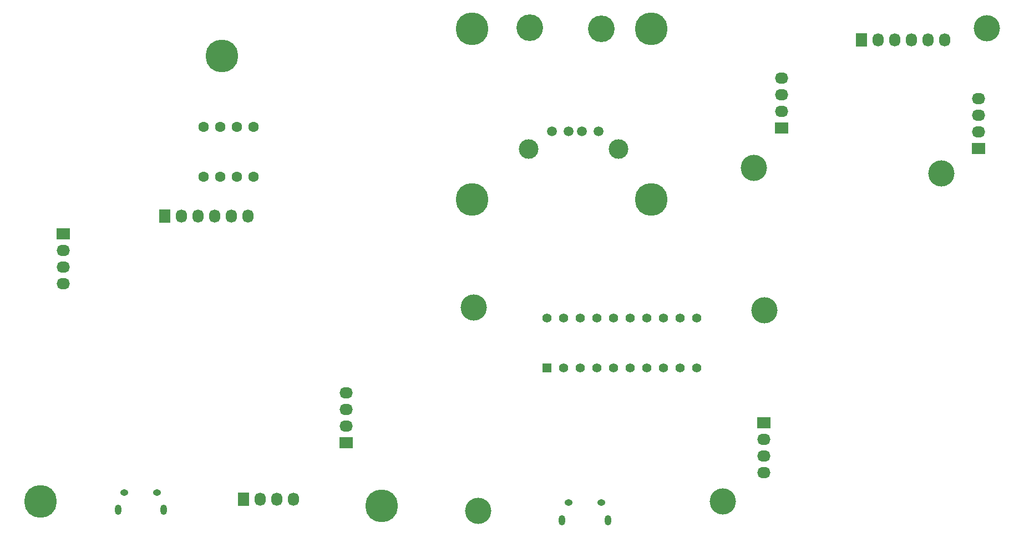
<source format=gbr>
G04 #@! TF.FileFunction,Soldermask,Bot*
%FSLAX46Y46*%
G04 Gerber Fmt 4.6, Leading zero omitted, Abs format (unit mm)*
G04 Created by KiCad (PCBNEW (2015-07-31 BZR 6030)-product) date Mon Sep 14 17:18:50 2015*
%MOMM*%
G01*
G04 APERTURE LIST*
%ADD10C,0.100000*%
%ADD11C,4.000000*%
%ADD12R,1.727200X2.032000*%
%ADD13O,1.727200X2.032000*%
%ADD14R,2.032000X1.727200*%
%ADD15O,2.032000X1.727200*%
%ADD16C,5.000000*%
%ADD17O,1.250000X0.950000*%
%ADD18O,1.000000X1.550000*%
%ADD19C,1.600000*%
%ADD20R,1.397000X1.397000*%
%ADD21C,1.397000*%
%ADD22C,1.501140*%
%ADD23C,2.999740*%
%ADD24C,4.064000*%
G04 APERTURE END LIST*
D10*
D11*
X209350400Y-46150400D03*
X173790400Y-67486400D03*
D12*
X190198800Y-47928400D03*
D13*
X192738800Y-47928400D03*
X195278800Y-47928400D03*
X197818800Y-47928400D03*
X200358800Y-47928400D03*
X202898800Y-47928400D03*
D14*
X208131200Y-64489200D03*
D15*
X208131200Y-61949200D03*
X208131200Y-59409200D03*
X208131200Y-56869200D03*
D14*
X178006800Y-61390400D03*
D15*
X178006800Y-58850400D03*
X178006800Y-56310400D03*
X178006800Y-53770400D03*
D11*
X202441600Y-68299200D03*
X209350400Y-46150400D03*
X173790400Y-67486400D03*
D12*
X190198800Y-47928400D03*
D13*
X192738800Y-47928400D03*
X195278800Y-47928400D03*
X197818800Y-47928400D03*
X200358800Y-47928400D03*
X202898800Y-47928400D03*
D14*
X208131200Y-64489200D03*
D15*
X208131200Y-61949200D03*
X208131200Y-59409200D03*
X208131200Y-56869200D03*
D14*
X178006800Y-61390400D03*
D15*
X178006800Y-58850400D03*
X178006800Y-56310400D03*
X178006800Y-53770400D03*
D11*
X202441600Y-68299200D03*
D16*
X92598200Y-50407400D03*
X116982200Y-119089000D03*
D17*
X77733000Y-117057000D03*
X82733000Y-117057000D03*
D18*
X76733000Y-119757000D03*
X83733000Y-119757000D03*
D12*
X83911400Y-74842200D03*
D13*
X86451400Y-74842200D03*
X88991400Y-74842200D03*
X91531400Y-74842200D03*
X94071400Y-74842200D03*
X96611400Y-74842200D03*
D14*
X68366600Y-77534600D03*
D15*
X68366600Y-80074600D03*
X68366600Y-82614600D03*
X68366600Y-85154600D03*
D14*
X111597400Y-109487800D03*
D15*
X111597400Y-106947800D03*
X111597400Y-104407800D03*
X111597400Y-101867800D03*
D12*
X95951000Y-118073000D03*
D13*
X98491000Y-118073000D03*
X101031000Y-118073000D03*
X103571000Y-118073000D03*
D19*
X89855000Y-61237800D03*
X89855000Y-68837800D03*
X92395000Y-61237800D03*
X92395000Y-68837800D03*
X94935000Y-61237800D03*
X94935000Y-68837800D03*
X97475000Y-61237800D03*
X97475000Y-68837800D03*
D16*
X64963000Y-118479400D03*
D11*
X169077600Y-118454000D03*
X175427600Y-89244000D03*
X131028400Y-88786800D03*
D17*
X145525600Y-118606400D03*
X150525600Y-118606400D03*
D18*
X144525600Y-121306400D03*
X151525600Y-121306400D03*
D14*
X175300600Y-106389000D03*
D15*
X175300600Y-108929000D03*
X175300600Y-111469000D03*
X175300600Y-114009000D03*
D20*
X142255200Y-98083200D03*
D21*
X144795200Y-98083200D03*
X147335200Y-98083200D03*
X149875200Y-98083200D03*
X152415200Y-98083200D03*
X154955200Y-98083200D03*
X157495200Y-98083200D03*
X160035200Y-98083200D03*
X162575200Y-98083200D03*
X165115200Y-98083200D03*
X165115200Y-90463200D03*
X162575200Y-90463200D03*
X160035200Y-90463200D03*
X157495200Y-90463200D03*
X154955200Y-90463200D03*
X152415200Y-90463200D03*
X149875200Y-90463200D03*
X147335200Y-90463200D03*
X144795200Y-90463200D03*
X142255200Y-90463200D03*
D11*
X131739600Y-119876400D03*
D16*
X130811800Y-46265400D03*
X130811800Y-72300400D03*
X158116800Y-72300400D03*
D22*
X150127800Y-61935400D03*
X147587800Y-61935400D03*
X145555800Y-61935400D03*
X143015800Y-61935400D03*
D23*
X153175800Y-64602400D03*
X139459800Y-64602400D03*
D24*
X150496800Y-46265400D03*
X139586800Y-46060400D03*
D16*
X158116800Y-46265400D03*
M02*

</source>
